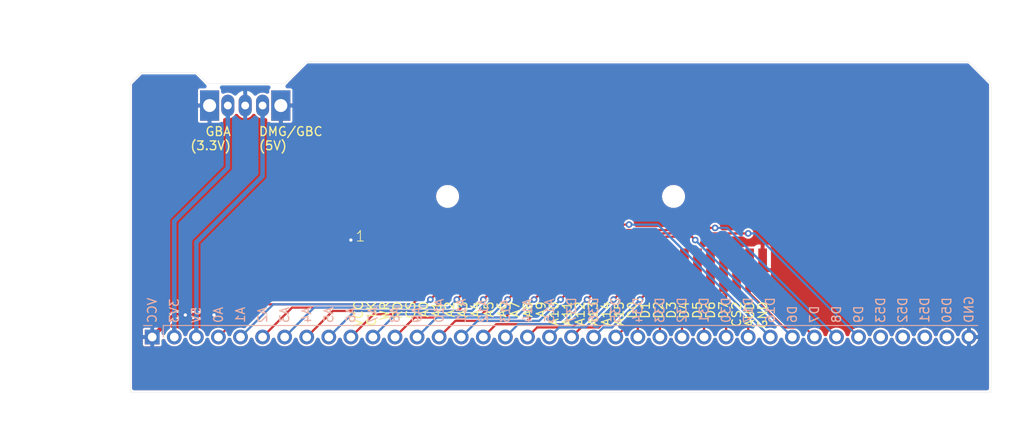
<source format=kicad_pcb>
(kicad_pcb (version 20211014) (generator pcbnew)
  (title_block (title "OSCR GAMEBOY BREAKOUT") (date "2023-02-10"))
  (layers (0 "F.Cu" signal) (31 "B.Cu" signal) (34 "B.Paste" user) (35 "F.Paste" user) (36 "B.SilkS" user "B.Silkscreen") (37 "F.SilkS" user "F.Silkscreen") (38 "B.Mask" user) (39 "F.Mask" user) (44 "Edge.Cuts" user))
  (net 0 "")
  (net 1 "D30")
  (net 2 "D31")
  (net 3 "D17")
  (net 4 "D8")
  (net 5 "D9")
  (net 6 "D6")
  (net 7 "D7")
  (net 8 "VCC")
  (net 9 "GND")
  (net 10 "+5V")
  (net 11 "D36")
  (net 12 "D37")
  (net 13 "D34")
  (net 14 "D32")
  (net 15 "D33")
  (net 16 "A14")
  (net 17 "A15")
  (net 18 "A12")
  (net 19 "A13")
  (net 20 "A10")
  (net 21 "A11")
  (net 22 "A8")
  (net 23 "A9")
  (net 24 "A6")
  (net 25 "A7")
  (net 26 "A4")
  (net 27 "A5")
  (net 28 "A2")
  (net 29 "A3")
  (net 30 "A0")
  (net 31 "A1")
  (net 32 "D35")
  (net 33 "D16")
  (net 34 "+3.3V")
  (net 35 "SS")
  (net 36 "SCK")
  (net 37 "MOSI")
  (net 38 "MISO")
  (footprint "Button_Switch_THT:SW_CuK_OS102011MA1QN1_SPDT_Angled" (layer "F.Cu") (at 116.84 71.12 180)
    (fp_text reference "SW1" hide)
    (fp_text value "SW_SPDT")
    (pad "" thru_hole rect (at 6.1 0 180) (size 2.2 3.5) (drill 1.5) (layers *.Cu *.Mask) (net 9 "GND"))
    (pad "" thru_hole rect (at -2.1 0 180) (size 2.2 3.5) (drill 1.5) (layers *.Cu *.Mask) (net 9 "GND"))
    (pad "1" thru_hole oval (at 0 0 180) (size 1.5 2.5) (drill 0.9) (layers *.Cu *.Mask) (net 10 "+5V"))
    (pad "2" thru_hole oval (at 2 0 180) (size 1.5 2.5) (drill 0.9) (layers *.Cu *.Mask) (net 8 "VCC"))
    (pad "3" thru_hole oval (at 4 0 180) (size 1.5 2.5) (drill 0.9) (layers *.Cu *.Mask) (net 34 "+3.3V"))
  )
  (footprint "!OSCR:GBA_Slot" (layer "F.Cu") (at 151.13 85.09 90)
    (fp_text reference "J2" hide)
    (fp_text value "GBA_Slot" hide)
    (fp_text user "A11" (at -8.5 0.75 90 unlocked) (layer "F.SilkS") (effects (font (size 1.016 1.016) (thickness 0.1524)) (justify right)))
    (fp_text user "D4" (at -8.5 14.25 90 unlocked) (layer "F.SilkS") (effects (font (size 1.016 1.016) (thickness 0.1524)) (justify right)))
    (fp_text user "AUD" (at -8.5 21.75 90 unlocked) (layer "F.SilkS") (effects (font (size 1.016 1.016) (thickness 0.1524)) (justify right)))
    (fp_text user "CS2" (at -8.5 20.25 90 unlocked) (layer "F.SilkS") (effects (font (size 1.016 1.016) (thickness 0.1524)) (justify right)))
    (fp_text user "GND" (at -8.5 23.25 90 unlocked) (layer "F.SilkS") (effects (font (size 1.016 1.016) (thickness 0.1524)) (justify right)))
    (fp_text user "A0" (at -8.5 -15.75 90 unlocked) (layer "F.SilkS") (effects (font (size 1.016 1.016) (thickness 0.1524)) (justify right)))
    (fp_text user "A10" (at -8.5 -0.75 90 unlocked) (layer "F.SilkS") (effects (font (size 1.016 1.016) (thickness 0.1524)) (justify right)))
    (fp_text user "D0" (at -8.5 8.25 90 unlocked) (layer "F.SilkS") (effects (font (size 1.016 1.016) (thickness 0.1524)) (justify right)))
    (fp_text user "A15" (at -8.5 6.75 90 unlocked) (layer "F.SilkS") (effects (font (size 1.016 1.016) (thickness 0.1524)) (justify right)))
    (fp_text user "A2" (at -8.5 -12.75 90 unlocked) (layer "F.SilkS") (effects (font (size 1.016 1.016) (thickness 0.1524)) (justify right)))
    (fp_text user "D3" (at -8.5 12.75 90 unlocked) (layer "F.SilkS") (effects (font (size 1.016 1.016) (thickness 0.1524)) (justify right)))
    (fp_text user "A4" (at -8.5 -9.75 90 unlocked) (layer "F.SilkS") (effects (font (size 1.016 1.016) (thickness 0.1524)) (justify right)))
    (fp_text user "D2" (at -8.5 11.25 90 unlocked) (layer "F.SilkS") (effects (font (size 1.016 1.016) (thickness 0.1524)) (justify right)))
    (fp_text user "1" (at -1.79 -23.68) (layer "F.SilkS") (effects (font (size 1.2065 1.2065) (thickness 0.1016)) (justify left bottom)))
    (fp_text user "A7" (at -8.5 -5.25 90 unlocked) (layer "F.SilkS") (effects (font (size 1.016 1.016) (thickness 0.1524)) (justify right)))
    (fp_text user "A12" (at -8.5 2.25 90 unlocked) (layer "F.SilkS") (effects (font (size 1.016 1.016) (thickness 0.1524)) (justify right)))
    (fp_text user "A3" (at -8.5 -11.25 90 unlocked) (layer "F.SilkS") (effects (font (size 1.016 1.016) (thickness 0.1524)) (justify right)))
    (fp_text user "A13" (at -8.5 3.75 90 unlocked) (layer "F.SilkS") (effects (font (size 1.016 1.016) (thickness 0.1524)) (justify right)))
    (fp_text user "A5" (at -8.5 -8.25 90 unlocked) (layer "F.SilkS") (effects (font (size 1.016 1.016) (thickness 0.1524)) (justify right)))
    (fp_text user "A14" (at -8.5 5.25 90 unlocked) (layer "F.SilkS") (effects (font (size 1.016 1.016) (thickness 0.1524)) (justify right)))
    (fp_text user "RD" (at -8.5 -18.75 90 unlocked) (layer "F.SilkS") (effects (font (size 1.016 1.016) (thickness 0.1524)) (justify right)))
    (fp_text user "A1" (at -8.5 -14.25 90 unlocked) (layer "F.SilkS") (effects (font (size 1.016 1.016) (thickness 0.1524)) (justify right)))
    (fp_text user "D6" (at -8.5 17.25 90 unlocked) (layer "F.SilkS") (effects (font (size 1.016 1.016) (thickness 0.1524)) (justify right)))
    (fp_text user "A9" (at -8.5 -2.25 90 unlocked) (layer "F.SilkS") (effects (font (size 1.016 1.016) (thickness 0.1524)) (justify right)))
    (fp_text user "CS" (at -8.5 -17.25 90 unlocked) (layer "F.SilkS") (effects (font (size 1.016 1.016) (thickness 0.1524)) (justify right)))
    (fp_text user "VCC" (at -8.5 -23.25 90 unlocked) (layer "F.SilkS") (effects (font (size 1.016 1.016) (thickness 0.1524)) (justify right)))
    (fp_text user "A8" (at -8.5 -3.75 90 unlocked) (layer "F.SilkS") (effects (font (size 1.016 1.016) (thickness 0.1524)) (justify right)))
    (fp_text user "CLK" (at -8.5 -21.75 90 unlocked) (layer "F.SilkS") (effects (font (size 1.016 1.016) (thickness 0.1524)) (justify right)))
    (fp_text user "D7" (at -8.5 18.75 90 unlocked) (layer "F.SilkS") (effects (font (size 1.016 1.016) (thickness 0.1524)) (justify right)))
    (fp_text user "WR" (at -8.5 -20.25 90 unlocked) (layer "F.SilkS") (effects (font (size 1.016 1.016) (thickness 0.1524)) (justify right)))
    (fp_text user "D5" (at -8.5 15.75 90 unlocked) (layer "F.SilkS") (effects (font (size 1.016 1.016) (thickness 0.1524)) (justify right)))
    (fp_text user "A6" (at -8.5 -6.75 90 unlocked) (layer "F.SilkS") (effects (font (size 1.016 1.016) (thickness 0.1524)) (justify right)))
    (fp_text user "D1" (at -8.5 9.75 90 unlocked) (layer "F.SilkS") (effects (font (size 1.016 1.016) (thickness 0.1524)) (justify right)))
    (pad "" np_thru_hole circle (at 3.5 13 90) (size 2.2 2.2) (drill 2.2) (layers *.Cu *.Mask))
    (pad "" np_thru_hole circle (at 3.5 -13 90) (size 2.2 2.2) (drill 2.2) (layers *.Cu *.Mask))
    (pad "1" smd rect (at -5 -23.25 270) (size 5 1) (layers "F.Cu" "F.Paste" "F.Mask") (net 8 "VCC"))
    (pad "2" smd rect (at -5 -21.75 270) (size 5 1) (layers "F.Cu" "F.Paste" "F.Mask") (net 33 "D16"))
    (pad "3" smd rect (at -5 -20.25 270) (size 5 1) (layers "F.Cu" "F.Paste" "F.Mask") (net 4 "D8"))
    (pad "4" smd rect (at -5 -18.75 270) (size 5 1) (layers "F.Cu" "F.Paste" "F.Mask") (net 5 "D9"))
    (pad "5" smd rect (at -5 -17.25 270) (size 5 1) (layers "F.Cu" "F.Paste" "F.Mask") (net 6 "D6"))
    (pad "6" smd rect (at -5 -15.75 270) (size 5 1) (layers "F.Cu" "F.Paste" "F.Mask") (net 30 "A0"))
    (pad "7" smd rect (at -5 -14.25 270) (size 5 1) (layers "F.Cu" "F.Paste" "F.Mask") (net 31 "A1"))
    (pad "8" smd rect (at -5 -12.75 270) (size 5 1) (layers "F.Cu" "F.Paste" "F.Mask") (net 28 "A2"))
    (pad "9" smd rect (at -5 -11.25 270) (size 5 1) (layers "F.Cu" "F.Paste" "F.Mask") (net 29 "A3"))
    (pad "10" smd rect (at -5 -9.75 270) (size 5 1) (layers "F.Cu" "F.Paste" "F.Mask") (net 26 "A4"))
    (pad "11" smd rect (at -5 -8.25 270) (size 5 1) (layers "F.Cu" "F.Paste" "F.Mask") (net 27 "A5"))
    (pad "12" smd rect (at -5 -6.75 270) (size 5 1) (layers "F.Cu" "F.Paste" "F.Mask") (net 24 "A6"))
    (pad "13" smd rect (at -5 -5.25 270) (size 5 1) (layers "F.Cu" "F.Paste" "F.Mask") (net 25 "A7"))
    (pad "14" smd rect (at -5 -3.75 270) (size 5 1) (layers "F.Cu" "F.Paste" "F.Mask") (net 22 "A8"))
    (pad "15" smd rect (at -5 -2.25 270) (size 5 1) (layers "F.Cu" "F.Paste" "F.Mask") (net 23 "A9"))
    (pad "16" smd rect (at -5 -0.75 270) (size 5 1) (layers "F.Cu" "F.Paste" "F.Mask") (net 20 "A10"))
    (pad "17" smd rect (at -5 0.75 270) (size 5 1) (layers "F.Cu" "F.Paste" "F.Mask") (net 21 "A11"))
    (pad "18" smd rect (at -5 2.25 270) (size 5 1) (layers "F.Cu" "F.Paste" "F.Mask") (net 18 "A12"))
    (pad "19" smd rect (at -5 3.75 270) (size 5 1) (layers "F.Cu" "F.Paste" "F.Mask") (net 19 "A13"))
    (pad "20" smd rect (at -5 5.25 270) (size 5 1) (layers "F.Cu" "F.Paste" "F.Mask") (net 16 "A14"))
    (pad "21" smd rect (at -5 6.75 270) (size 5 1) (layers "F.Cu" "F.Paste" "F.Mask") (net 17 "A15"))
    (pad "22" smd rect (at -5 8.25 270) (size 5 1) (layers "F.Cu" "F.Paste" "F.Mask") (net 12 "D37"))
    (pad "23" smd rect (at -5 9.75 270) (size 5 1) (layers "F.Cu" "F.Paste" "F.Mask") (net 11 "D36"))
    (pad "24" smd rect (at -5 11.25 270) (size 5 1) (layers "F.Cu" "F.Paste" "F.Mask") (net 32 "D35"))
    (pad "25" smd rect (at -5 12.75 270) (size 5 1) (layers "F.Cu" "F.Paste" "F.Mask") (net 13 "D34"))
    (pad "26" smd rect (at -5 14.25 270) (size 5 1) (layers "F.Cu" "F.Paste" "F.Mask") (net 15 "D33"))
    (pad "27" smd rect (at -5 15.75 270) (size 5 1) (layers "F.Cu" "F.Paste" "F.Mask") (net 14 "D32"))
    (pad "28" smd rect (at -5 17.25 270) (size 5 1) (layers "F.Cu" "F.Paste" "F.Mask") (net 2 "D31"))
    (pad "29" smd rect (at -5 18.75 270) (size 5 1) (layers "F.Cu" "F.Paste" "F.Mask") (net 1 "D30"))
    (pad "30" smd rect (at -5 20.25 270) (size 5 1) (layers "F.Cu" "F.Paste" "F.Mask") (net 3 "D17"))
    (pad "31" smd rect (at -5 21.75 270) (size 5 1) (layers "F.Cu" "F.Paste" "F.Mask") (net 7 "D7"))
    (pad "32" smd rect (at -5 23.25 270) (size 5 1) (layers "F.Cu" "F.Paste" "F.Mask") (net 9 "GND"))
    (pad "33" smd rect (at 16.25 -13) (size 5.5 3.5) (layers "F.Cu" "F.Paste" "F.Mask") (net 9 "GND"))
    (pad "34" smd rect (at 16.25 13) (size 5.5 3.5) (layers "F.Cu" "F.Paste" "F.Mask") (net 9 "GND"))
  )
  (footprint "Connector_PinHeader_2.54mm:PinHeader_1x38_P2.54mm_Vertical" (layer "B.Cu") (at 104.14 97.79 -90)
    (fp_text reference "J1" hide)
    (fp_text value "CART SLOT TOP ROW")
    (fp_line (start -1.33 -1.27) (end 0 -1.27) (layer "B.SilkS") (width 0.12))
    (fp_line (start -1.33 0) (end -1.33 1) (layer "B.SilkS") (width 0.12))
    (fp_line (start -1.33 -1.27) (end -1.33 -95) (layer "B.SilkS") (width 0.12))
    (pad "1" thru_hole rect (at 0 0 270) (size 1.7 1.7) (drill 1) (layers *.Cu *.Mask) (net 8 "VCC"))
    (pad "2" thru_hole oval (at 0 -2.54 270) (size 1.7 1.7) (drill 1) (layers *.Cu *.Mask) (net 34 "+3.3V"))
    (pad "3" thru_hole oval (at 0 -5.08 270) (size 1.7 1.7) (drill 1) (layers *.Cu *.Mask) (net 10 "+5V"))
    (pad "4" thru_hole oval (at 0 -7.62 270) (size 1.7 1.7) (drill 1) (layers *.Cu *.Mask) (net 30 "A0"))
    (pad "5" thru_hole oval (at 0 -10.16 270) (size 1.7 1.7) (drill 1) (layers *.Cu *.Mask) (net 31 "A1"))
    (pad "6" thru_hole oval (at 0 -12.7 270) (size 1.7 1.7) (drill 1) (layers *.Cu *.Mask) (net 28 "A2"))
    (pad "7" thru_hole oval (at 0 -15.24 270) (size 1.7 1.7) (drill 1) (layers *.Cu *.Mask) (net 29 "A3"))
    (pad "8" thru_hole oval (at 0 -17.78 270) (size 1.7 1.7) (drill 1) (layers *.Cu *.Mask) (net 26 "A4"))
    (pad "9" thru_hole oval (at 0 -20.32 270) (size 1.7 1.7) (drill 1) (layers *.Cu *.Mask) (net 27 "A5"))
    (pad "10" thru_hole oval (at 0 -22.86 270) (size 1.7 1.7) (drill 1) (layers *.Cu *.Mask) (net 24 "A6"))
    (pad "11" thru_hole oval (at 0 -25.4 270) (size 1.7 1.7) (drill 1) (layers *.Cu *.Mask) (net 25 "A7"))
    (pad "12" thru_hole oval (at 0 -27.94 270) (size 1.7 1.7) (drill 1) (layers *.Cu *.Mask) (net 22 "A8"))
    (pad "13" thru_hole oval (at 0 -30.48 270) (size 1.7 1.7) (drill 1) (layers *.Cu *.Mask) (net 23 "A9"))
    (pad "14" thru_hole oval (at 0 -33.02 270) (size 1.7 1.7) (drill 1) (layers *.Cu *.Mask) (net 20 "A10"))
    (pad "15" thru_hole oval (at 0 -35.56 270) (size 1.7 1.7) (drill 1) (layers *.Cu *.Mask) (net 21 "A11"))
    (pad "16" thru_hole oval (at 0 -38.1 270) (size 1.7 1.7) (drill 1) (layers *.Cu *.Mask) (net 18 "A12"))
    (pad "17" thru_hole oval (at 0 -40.64 270) (size 1.7 1.7) (drill 1) (layers *.Cu *.Mask) (net 19 "A13"))
    (pad "18" thru_hole oval (at 0 -43.18 270) (size 1.7 1.7) (drill 1) (layers *.Cu *.Mask) (net 16 "A14"))
    (pad "19" thru_hole oval (at 0 -45.72 270) (size 1.7 1.7) (drill 1) (layers *.Cu *.Mask) (net 17 "A15"))
    (pad "20" thru_hole oval (at 0 -48.26 270) (size 1.7 1.7) (drill 1) (layers *.Cu *.Mask) (net 12 "D37"))
    (pad "21" thru_hole oval (at 0 -50.8 270) (size 1.7 1.7) (drill 1) (layers *.Cu *.Mask) (net 11 "D36"))
    (pad "22" thru_hole oval (at 0 -53.34 270) (size 1.7 1.7) (drill 1) (layers *.Cu *.Mask) (net 32 "D35"))
    (pad "23" thru_hole oval (at 0 -55.88 270) (size 1.7 1.7) (drill 1) (layers *.Cu *.Mask) (net 13 "D34"))
    (pad "24" thru_hole oval (at 0 -58.42 270) (size 1.7 1.7) (drill 1) (layers *.Cu *.Mask) (net 15 "D33"))
    (pad "25" thru_hole oval (at 0 -60.96 270) (size 1.7 1.7) (drill 1) (layers *.Cu *.Mask) (net 14 "D32"))
    (pad "26" thru_hole oval (at 0 -63.5 270) (size 1.7 1.7) (drill 1) (layers *.Cu *.Mask) (net 2 "D31"))
    (pad "27" thru_hole oval (at 0 -66.04 270) (size 1.7 1.7) (drill 1) (layers *.Cu *.Mask) (net 1 "D30"))
    (pad "28" thru_hole oval (at 0 -68.58 270) (size 1.7 1.7) (drill 1) (layers *.Cu *.Mask) (net 3 "D17"))
    (pad "29" thru_hole oval (at 0 -71.12 270) (size 1.7 1.7) (drill 1) (layers *.Cu *.Mask) (net 33 "D16"))
    (pad "30" thru_hole oval (at 0 -73.66 270) (size 1.7 1.7) (drill 1) (layers *.Cu *.Mask) (net 6 "D6"))
    (pad "31" thru_hole oval (at 0 -76.2 270) (size 1.7 1.7) (drill 1) (layers *.Cu *.Mask) (net 7 "D7"))
    (pad "32" thru_hole oval (at 0 -78.74 270) (size 1.7 1.7) (drill 1) (layers *.Cu *.Mask) (net 4 "D8"))
    (pad "33" thru_hole oval (at 0 -81.28 270) (size 1.7 1.7) (drill 1) (layers *.Cu *.Mask) (net 5 "D9"))
    (pad "34" thru_hole oval (at 0 -83.82 270) (size 1.7 1.7) (drill 1) (layers *.Cu *.Mask) (net 35 "SS"))
    (pad "35" thru_hole oval (at 0 -86.36 270) (size 1.7 1.7) (drill 1) (layers *.Cu *.Mask) (net 36 "SCK"))
    (pad "36" thru_hole oval (at 0 -88.9 270) (size 1.7 1.7) (drill 1) (layers *.Cu *.Mask) (net 37 "MOSI"))
    (pad "37" thru_hole oval (at 0 -91.44 270) (size 1.7 1.7) (drill 1) (layers *.Cu *.Mask) (net 38 "MISO"))
    (pad "38" thru_hole oval (at 0 -93.98 270) (size 1.7 1.7) (drill 1) (layers *.Cu *.Mask) (net 9 "GND"))
  )
  (gr_line (start 200.66 104.14) (end 200.66 68.58) (layer "Edge.Cuts") (width 0.0254))
  (gr_line (start 119.38 68.58) (end 110.49 68.58) (layer "Edge.Cuts") (width 0.0254))
  (gr_line (start 109.22 67.31) (end 102.87 67.31) (layer "Edge.Cuts") (width 0.0254))
  (gr_line (start 101.6 68.58) (end 102.87 67.31) (layer "Edge.Cuts") (width 0.0254))
  (gr_line (start 121.92 66.04) (end 198.12 66.04) (layer "Edge.Cuts") (width 0.0254))
  (gr_line (start 200.66 68.58) (end 198.12 66.04) (layer "Edge.Cuts") (width 0.0254))
  (gr_line (start 110.49 68.58) (end 109.22 67.31) (layer "Edge.Cuts") (width 0.0254))
  (gr_line (start 101.6 104.14) (end 101.6 68.58) (layer "Edge.Cuts") (width 0.0254))
  (gr_line (start 200.66 104.14) (end 101.6 104.14) (layer "Edge.Cuts") (width 0.0254))
  (gr_line (start 121.92 66.04) (end 119.38 68.58) (layer "Edge.Cuts") (width 0.0254))
  (gr_text "D9" (at 185.42 96.266 90) (layer "B.SilkS") (effects (font (size 1.016 1.016) (thickness 0.1524)) (justify right mirror)))
  (gr_text "A6" (at 127 96.266 90) (layer "B.SilkS") (effects (font (size 1.016 1.016) (thickness 0.1524)) (justify right mirror)))
  (gr_text "D52" (at 190.5 96.266 90) (layer "B.SilkS") (effects (font (size 1.016 1.016) (thickness 0.1524)) (justify right mirror)))
  (gr_text "A4" (at 121.92 96.266 90) (layer "B.SilkS") (effects (font (size 1.016 1.016) (thickness 0.1524)) (justify right mirror)))
  (gr_text "A2" (at 116.84 96.266 90) (layer "B.SilkS") (effects (font (size 1.016 1.016) (thickness 0.1524)) (justify right mirror)))
  (gr_text "D31" (at 167.64 96.266 90) (layer "B.SilkS") (effects (font (size 1.016 1.016) (thickness 0.1524)) (justify right mirror)))
  (gr_text "D7" (at 180.34 96.266 90) (layer "B.SilkS") (effects (font (size 1.016 1.016) (thickness 0.1524)) (justify right mirror)))
  (gr_text "A10" (at 137.16 96.266 90) (layer "B.SilkS") (effects (font (size 1.016 1.016) (thickness 0.1524)) (justify right mirror)))
  (gr_text "D37" (at 152.4 96.266 90) (layer "B.SilkS") (effects (font (size 1.016 1.016) (thickness 0.1524)) (justify right mirror)))
  (gr_text "D32" (at 165.1 96.266 90) (layer "B.SilkS") (effects (font (size 1.016 1.016) (thickness 0.1524)) (justify right mirror)))
  (gr_text "D8" (at 182.88 96.266 90) (layer "B.SilkS") (effects (font (size 1.016 1.016) (thickness 0.1524)) (justify right mirror)))
  (gr_text "D30" (at 170.18 96.266 90) (layer "B.SilkS") (effects (font (size 1.016 1.016) (thickness 0.1524)) (justify right mirror)))
  (gr_text "A14" (at 147.32 96.266 90) (layer "B.SilkS") (effects (font (size 1.016 1.016) (thickness 0.1524)) (justify right mirror)))
  (gr_text "D50" (at 195.58 96.266 90) (layer "B.SilkS") (effects (font (size 1.016 1.016) (thickness 0.1524)) (justify right mirror)))
  (gr_text "3V3" (at 106.68 96.266 90) (layer "B.SilkS") (effects (font (size 1.016 1.016) (thickness 0.1524)) (justify right mirror)))
  (gr_text "D6" (at 177.8 96.266 90) (layer "B.SilkS") (effects (font (size 1.016 1.016) (thickness 0.1524)) (justify right mirror)))
  (gr_text "D53" (at 187.96 96.266 90) (layer "B.SilkS") (effects (font (size 1.016 1.016) (thickness 0.1524)) (justify right mirror)))
  (gr_text "A0" (at 111.76 96.266 90) (layer "B.SilkS") (effects (font (size 1.016 1.016) (thickness 0.1524)) (justify right mirror)))
  (gr_text "A5" (at 124.46 96.266 90) (layer "B.SilkS") (effects (font (size 1.016 1.016) (thickness 0.1524)) (justify right mirror)))
  (gr_text "A1" (at 114.3 96.266 90) (layer "B.SilkS") (effects (font (size 1.016 1.016) (thickness 0.1524)) (justify right mirror)))
  (gr_text "A12" (at 142.24 96.266 90) (layer "B.SilkS") (effects (font (size 1.016 1.016) (thickness 0.1524)) (justify right mirror)))
  (gr_text "VCC" (at 104.14 96.266 90) (layer "B.SilkS") (effects (font (size 1.016 1.016) (thickness 0.1524)) (justify right mirror)))
  (gr_text "A3" (at 119.38 96.266 90) (layer "B.SilkS") (effects (font (size 1.016 1.016) (thickness 0.1524)) (justify right mirror)))
  (gr_text "D36" (at 154.94 96.266 90) (layer "B.SilkS") (effects (font (size 1.016 1.016) (thickness 0.1524)) (justify right mirror)))
  (gr_text "D51" (at 193.04 96.266 90) (layer "B.SilkS") (effects (font (size 1.016 1.016) (thickness 0.1524)) (justify right mirror)))
  (gr_text "D33" (at 162.56 96.266 90) (layer "B.SilkS") (effects (font (size 1.016 1.016) (thickness 0.1524)) (justify right mirror)))
  (gr_text "D34" (at 160.02 96.266 90) (layer "B.SilkS") (effects (font (size 1.016 1.016) (thickness 0.1524)) (justify right mirror)))
  (gr_text "D17" (at 172.72 96.266 90) (layer "B.SilkS") (effects (font (size 1.016 1.016) (thickness 0.1524)) (justify right mirror)))
  (gr_text "A9" (at 134.62 96.266 90) (layer "B.SilkS") (effects (font (size 1.016 1.016) (thickness 0.1524)) (justify right mirror)))
  (gr_text "A7" (at 129.54 96.266 90) (layer "B.SilkS") (effects (font (size 1.016 1.016) (thickness 0.1524)) (justify right mirror)))
  (gr_text "GND" (at 198.12 96.266 90) (layer "B.SilkS") (effects (font (size 1.016 1.016) (thickness 0.1524)) (justify right mirror)))
  (gr_text "A8" (at 132.08 96.266 90) (layer "B.SilkS") (effects (font (size 1.016 1.016) (thickness 0.1524)) (justify right mirror)))
  (gr_text "A11" (at 139.7 96.266 90) (layer "B.SilkS") (effects (font (size 1.016 1.016) (thickness 0.1524)) (justify right mirror)))
  (gr_text "A13" (at 144.78 96.266 90) (layer "B.SilkS") (effects (font (size 1.016 1.016) (thickness 0.1524)) (justify right mirror)))
  (gr_text "D16" (at 175.26 96.266 90) (layer "B.SilkS") (effects (font (size 1.016 1.016) (thickness 0.1524)) (justify right mirror)))
  (gr_text "A15" (at 149.86 96.266 90) (layer "B.SilkS") (effects (font (size 1.016 1.016) (thickness 0.1524)) (justify right mirror)))
  (gr_text "5V" (at 109.22 96.266 90) (layer "B.SilkS") (effects (font (size 1.016 1.016) (thickness 0.1524)) (justify right mirror)))
  (gr_text "D35" (at 157.48 96.266 90) (layer "B.SilkS") (effects (font (size 1.016 1.016) (thickness 0.1524)) (justify right mirror)))
  (gr_text "DMG/GBC\n(5V)" (at 116.332 74.93) (layer "F.SilkS") (effects (font (size 1.016 1.016) (thickness 0.1524)) (justify left)))
  (gr_text "GBA\n(3.3V)" (at 113.284 74.93) (layer "F.SilkS") (effects (font (size 1.016 1.016) (thickness 0.1524)) (justify right)))
  (segment (start 170.18 92.964) (end 170.18 97.79) (width 0.254) (layer "F.Cu") (net 1))
  (segment (start 169.88 90.09) (end 169.88 92.664) (width 0.254) (layer "F.Cu") (net 1))
  (segment (start 169.88 92.664) (end 170.18 92.964) (width 0.254) (layer "F.Cu") (net 1))
  (segment (start 167.64 93.472) (end 167.64 97.79) (width 0.254) (layer "F.Cu") (net 2))
  (segment (start 168.38 90.09) (end 168.38 92.732) (width 0.254) (layer "F.Cu") (net 2))
  (segment (start 168.38 92.732) (end 167.64 93.472) (width 0.254) (layer "F.Cu") (net 2))
  (segment (start 171.38 92.64) (end 172.72 93.98) (width 0.254) (layer "F.Cu") (net 3))
  (segment (start 172.72 93.98) (end 172.72 97.79) (width 0.254) (layer "F.Cu") (net 3))
  (segment (start 171.38 90.09) (end 171.38 92.64) (width 0.254) (layer "F.Cu") (net 3))
  (segment (start 168.2745 85.2175) (end 168.021 85.471) (width 0.254) (layer "F.Cu") (net 4))
  (segment (start 168.021 85.471) (end 132.715 85.471) (width 0.254) (layer "F.Cu") (net 4))
  (segment (start 132.715 85.471) (end 130.88 87.306) (width 0.254) (layer "F.Cu") (net 4))
  (segment (start 130.88 87.306) (end 130.88 90.09) (width 0.254) (layer "F.Cu") (net 4))
  (segment (start 168.91 85.2175) (end 168.2745 85.2175) (width 0.254) (layer "F.Cu") (net 4))
  (via (at 168.91 85.2175) (size 0.762) (drill 0.381) (layers "F.Cu" "B.Cu") (net 4))
  (segment (start 182.88 97.79) (end 170.3075 85.2175) (width 0.254) (layer "B.Cu") (net 4))
  (segment (start 170.3075 85.2175) (end 168.91 85.2175) (width 0.254) (layer "B.Cu") (net 4))
  (segment (start 133.858 85.852) (end 132.38 87.33) (width 0.254) (layer "F.Cu") (net 5))
  (segment (start 172.72 85.852) (end 133.858 85.852) (width 0.254) (layer "F.Cu") (net 5))
  (segment (start 132.38 87.33) (end 132.38 90.09) (width 0.254) (layer "F.Cu") (net 5))
  (via (at 172.72 85.852) (size 0.762) (drill 0.381) (layers "F.Cu" "B.Cu") (net 5))
  (segment (start 173.482 85.852) (end 172.72 85.852) (width 0.254) (layer "B.Cu") (net 5))
  (segment (start 185.42 97.79) (end 173.482 85.852) (width 0.254) (layer "B.Cu") (net 5))
  (segment (start 135.001 86.233) (end 166.243 86.233) (width 0.254) (layer "F.Cu") (net 6))
  (segment (start 133.88 87.354) (end 135.001 86.233) (width 0.254) (layer "F.Cu") (net 6))
  (segment (start 166.243 86.233) (end 166.624 86.614) (width 0.254) (layer "F.Cu") (net 6))
  (segment (start 133.88 90.09) (end 133.88 87.354) (width 0.254) (layer "F.Cu") (net 6))
  (via (at 166.624 86.614) (size 0.762) (drill 0.381) (layers "F.Cu" "B.Cu") (net 6))
  (segment (start 177.8 97.79) (end 166.624 86.614) (width 0.254) (layer "B.Cu") (net 6))
  (segment (start 172.88 90.09) (end 172.88 92.743) (width 0.254) (layer "F.Cu") (net 7))
  (segment (start 176.823 96.686) (end 179.236 96.686) (width 0.254) (layer "F.Cu") (net 7))
  (segment (start 172.88 92.743) (end 176.823 96.686) (width 0.254) (layer "F.Cu") (net 7))
  (segment (start 179.236 96.686) (end 180.34 97.79) (width 0.254) (layer "F.Cu") (net 7))
  (segment (start 127.88 87.494) (end 127 86.614) (width 0.508) (layer "F.Cu") (net 8))
  (segment (start 107.95 95.25) (end 106.68 95.25) (width 0.508) (layer "F.Cu") (net 8))
  (segment (start 107.95 95.25) (end 111.252 95.25) (width 0.508) (layer "F.Cu") (net 8))
  (segment (start 106.68 95.25) (end 104.14 97.79) (width 0.508) (layer "F.Cu") (net 8))
  (segment (start 127.88 90.09) (end 127.88 87.494) (width 0.508) (layer "F.Cu") (net 8))
  (via (at 107.95 95.25) (size 0.762) (drill 0.381) (layers "F.Cu" "B.Cu") (net 8))
  (via (at 111.252 95.25) (size 0.762) (drill 0.381) (layers "F.Cu" "B.Cu") (net 8))
  (via (at 127 86.614) (size 0.762) (drill 0.381) (layers "F.Cu" "B.Cu") (net 8))
  (segment (start 116.84 79.248) (end 109.22 86.868) (width 0.508) (layer "B.Cu") (net 10))
  (segment (start 116.84 71.12) (end 116.84 79.248) (width 0.508) (layer "B.Cu") (net 10))
  (segment (start 109.22 86.868) (end 109.22 97.79) (width 0.508) (layer "B.Cu") (net 10))
  (segment (start 160.88 90.09) (end 160.88 92.866) (width 0.254) (layer "F.Cu") (net 11))
  (segment (start 160.88 92.866) (end 160.274 93.472) (width 0.254) (layer "F.Cu") (net 11))
  (via (at 160.274 93.472) (size 0.762) (drill 0.381) (layers "F.Cu" "B.Cu") (net 11))
  (segment (start 156.044 96.686) (end 154.94 97.79) (width 0.254) (layer "B.Cu") (net 11))
  (segment (start 157.06 96.686) (end 156.044 96.686) (width 0.254) (layer "B.Cu") (net 11))
  (segment (start 160.274 93.472) (end 157.06 96.686) (width 0.254) (layer "B.Cu") (net 11))
  (segment (start 159.38 92.842) (end 155.536 96.686) (width 0.254) (layer "F.Cu") (net 12))
  (segment (start 159.38 90.09) (end 159.38 92.842) (width 0.254) (layer "F.Cu") (net 12))
  (segment (start 153.504 96.686) (end 152.4 97.79) (width 0.254) (layer "F.Cu") (net 12))
  (segment (start 155.536 96.686) (end 153.504 96.686) (width 0.254) (layer "F.Cu") (net 12))
  (segment (start 163.88 90.09) (end 163.88 92.66) (width 0.254) (layer "F.Cu") (net 13))
  (segment (start 160.02 96.52) (end 160.02 97.79) (width 0.254) (layer "F.Cu") (net 13))
  (segment (start 163.88 92.66) (end 160.02 96.52) (width 0.254) (layer "F.Cu") (net 13))
  (segment (start 166.88 92.962) (end 165.1 94.742) (width 0.254) (layer "F.Cu") (net 14))
  (segment (start 165.1 94.742) (end 165.1 97.79) (width 0.254) (layer "F.Cu") (net 14))
  (segment (start 166.88 90.09) (end 166.88 92.962) (width 0.254) (layer "F.Cu") (net 14))
  (segment (start 165.38 92.938) (end 162.56 95.758) (width 0.254) (layer "F.Cu") (net 15))
  (segment (start 162.56 95.758) (end 162.56 97.79) (width 0.254) (layer "F.Cu") (net 15))
  (segment (start 165.38 90.09) (end 165.38 92.938) (width 0.254) (layer "F.Cu") (net 15))
  (segment (start 152.488 96.686) (end 156.38 92.794) (width 0.254) (layer "F.Cu") (net 16))
  (segment (start 148.424 96.686) (end 152.488 96.686) (width 0.254) (layer "F.Cu") (net 16))
  (segment (start 156.38 92.794) (end 156.38 90.09) (width 0.254) (layer "F.Cu") (net 16))
  (segment (start 147.32 97.79) (end 148.424 96.686) (width 0.254) (layer "F.Cu") (net 16))
  (segment (start 157.88 92.818) (end 157.226 93.472) (width 0.254) (layer "F.Cu") (net 17))
  (segment (start 157.88 90.09) (end 157.88 92.818) (width 0.254) (layer "F.Cu") (net 17))
  (via (at 157.226 93.472) (size 0.762) (drill 0.381) (layers "F.Cu" "B.Cu") (net 17))
  (segment (start 157.226 93.472) (end 154.012 96.686) (width 0.254) (layer "B.Cu") (net 17))
  (segment (start 150.964 96.686) (end 149.86 97.79) (width 0.254) (layer "B.Cu") (net 17))
  (segment (start 154.012 96.686) (end 150.964 96.686) (width 0.254) (layer "B.Cu") (net 17))
  (segment (start 143.725 96.305) (end 142.24 97.79) (width 0.254) (layer "F.Cu") (net 18))
  (segment (start 153.38 90.09) (end 153.38 92.746) (width 0.254) (layer "F.Cu") (net 18))
  (segment (start 153.38 92.746) (end 149.821 96.305) (width 0.254) (layer "F.Cu") (net 18))
  (segment (start 149.821 96.305) (end 143.725 96.305) (width 0.254) (layer "F.Cu") (net 18))
  (segment (start 154.88 92.77) (end 154.178 93.472) (width 0.254) (layer "F.Cu") (net 19))
  (segment (start 154.88 90.09) (end 154.88 92.77) (width 0.254) (layer "F.Cu") (net 19))
  (via (at 154.178 93.472) (size 0.762) (drill 0.381) (layers "F.Cu" "B.Cu") (net 19))
  (segment (start 154.178 93.472) (end 151.345 96.305) (width 0.254) (layer "B.Cu") (net 19))
  (segment (start 146.265 96.305) (end 144.78 97.79) (width 0.254) (layer "B.Cu") (net 19))
  (segment (start 151.345 96.305) (end 146.265 96.305) (width 0.254) (layer "B.Cu") (net 19))
  (segment (start 150.38 90.09) (end 150.38 92.825) (width 0.254) (layer "F.Cu") (net 20))
  (segment (start 147.281 95.924) (end 139.026 95.924) (width 0.254) (layer "F.Cu") (net 20))
  (segment (start 150.38 92.825) (end 147.281 95.924) (width 0.254) (layer "F.Cu") (net 20))
  (segment (start 139.026 95.924) (end 137.16 97.79) (width 0.254) (layer "F.Cu") (net 20))
  (segment (start 151.13 93.472) (end 151.88 92.722) (width 0.254) (layer "F.Cu") (net 21))
  (segment (start 151.88 92.722) (end 151.88 90.09) (width 0.254) (layer "F.Cu") (net 21))
  (via (at 151.13 93.472) (size 0.762) (drill 0.381) (layers "F.Cu" "B.Cu") (net 21))
  (segment (start 148.678 95.924) (end 141.566 95.924) (width 0.254) (layer "B.Cu") (net 21))
  (segment (start 151.13 93.472) (end 148.678 95.924) (width 0.254) (layer "B.Cu") (net 21))
  (segment (start 141.566 95.924) (end 139.7 97.79) (width 0.254) (layer "B.Cu") (net 21))
  (segment (start 144.741 95.543) (end 134.327 95.543) (width 0.254) (layer "F.Cu") (net 22))
  (segment (start 134.327 95.543) (end 132.08 97.79) (width 0.254) (layer "F.Cu") (net 22))
  (segment (start 147.38 92.904) (end 144.741 95.543) (width 0.254) (layer "F.Cu") (net 22))
  (segment (start 147.38 90.09) (end 147.38 92.904) (width 0.254) (layer "F.Cu") (net 22))
  (segment (start 148.88 92.674) (end 148.082 93.472) (width 0.254) (layer "F.Cu") (net 23))
  (segment (start 148.88 90.09) (end 148.88 92.674) (width 0.254) (layer "F.Cu") (net 23))
  (via (at 148.082 93.472) (size 0.762) (drill 0.381) (layers "F.Cu" "B.Cu") (net 23))
  (segment (start 146.011 95.543) (end 136.867 95.543) (width 0.254) (layer "B.Cu") (net 23))
  (segment (start 148.082 93.472) (end 146.011 95.543) (width 0.254) (layer "B.Cu") (net 23))
  (segment (start 136.867 95.543) (end 134.62 97.79) (width 0.254) (layer "B.Cu") (net 23))
  (segment (start 144.38 90.09) (end 144.38 92.856) (width 0.254) (layer "F.Cu") (net 24))
  (segment (start 142.074 95.162) (end 129.628 95.162) (width 0.254) (layer "F.Cu") (net 24))
  (segment (start 144.38 92.856) (end 142.074 95.162) (width 0.254) (layer "F.Cu") (net 24))
  (segment (start 129.628 95.162) (end 127 97.79) (width 0.254) (layer "F.Cu") (net 24))
  (segment (start 145.88 90.09) (end 145.88 92.626) (width 0.254) (layer "F.Cu") (net 25))
  (segment (start 145.88 92.626) (end 145.034 93.472) (width 0.254) (layer "F.Cu") (net 25))
  (via (at 145.034 93.472) (size 0.762) (drill 0.381) (layers "F.Cu" "B.Cu") (net 25))
  (segment (start 145.034 93.472) (end 143.344 95.162) (width 0.254) (layer "B.Cu") (net 25))
  (segment (start 143.344 95.162) (end 132.168 95.162) (width 0.254) (layer "B.Cu") (net 25))
  (segment (start 132.168 95.162) (end 129.54 97.79) (width 0.254) (layer "B.Cu") (net 25))
  (segment (start 141.38 90.09) (end 141.38 92.71) (width 0.254) (layer "F.Cu") (net 26))
  (segment (start 141.38 92.71) (end 139.309 94.781) (width 0.254) (layer "F.Cu") (net 26))
  (segment (start 124.929 94.781) (end 121.92 97.79) (width 0.254) (layer "F.Cu") (net 26))
  (segment (start 139.309 94.781) (end 124.929 94.781) (width 0.254) (layer "F.Cu") (net 26))
  (segment (start 142.24 93.472) (end 142.88 92.832) (width 0.254) (layer "F.Cu") (net 27))
  (segment (start 142.88 92.832) (end 142.88 90.09) (width 0.254) (layer "F.Cu") (net 27))
  (via (at 142.24 93.472) (size 0.762) (drill 0.381) (layers "F.Cu" "B.Cu") (net 27))
  (segment (start 127.469 94.781) (end 124.46 97.79) (width 0.254) (layer "B.Cu") (net 27))
  (segment (start 140.931 94.781) (end 127.469 94.781) (width 0.254) (layer "B.Cu") (net 27))
  (segment (start 142.24 93.472) (end 140.931 94.781) (width 0.254) (layer "B.Cu") (net 27))
  (segment (start 136.69 94.4) (end 120.23 94.4) (width 0.254) (layer "F.Cu") (net 28))
  (segment (start 138.38 90.09) (end 138.38 92.71) (width 0.254) (layer "F.Cu") (net 28))
  (segment (start 138.38 92.71) (end 136.69 94.4) (width 0.254) (layer "F.Cu") (net 28))
  (segment (start 120.23 94.4) (end 116.84 97.79) (width 0.254) (layer "F.Cu") (net 28))
  (segment (start 139.88 92.784) (end 139.88 90.09) (width 0.254) (layer "F.Cu") (net 29))
  (segment (start 139.192 93.472) (end 139.88 92.784) (width 0.254) (layer "F.Cu") (net 29))
  (via (at 139.192 93.472) (size 0.762) (drill 0.381) (layers "F.Cu" "B.Cu") (net 29))
  (segment (start 139.192 93.472) (end 138.264 94.4) (width 0.254) (layer "B.Cu") (net 29))
  (segment (start 122.77 94.4) (end 119.38 97.79) (width 0.254) (layer "B.Cu") (net 29))
  (segment (start 138.264 94.4) (end 122.77 94.4) (width 0.254) (layer "B.Cu") (net 29))
  (segment (start 135.38 92.712) (end 134.073 94.019) (width 0.254) (layer "F.Cu") (net 30))
  (segment (start 134.073 94.019) (end 115.531 94.019) (width 0.254) (layer "F.Cu") (net 30))
  (segment (start 115.531 94.019) (end 111.76 97.79) (width 0.254) (layer "F.Cu") (net 30))
  (segment (start 135.38 90.09) (end 135.38 92.712) (width 0.254) (layer "F.Cu") (net 30))
  (segment (start 136.88 92.736) (end 136.144 93.472) (width 0.254) (layer "F.Cu") (net 31))
  (segment (start 136.88 90.09) (end 136.88 92.736) (width 0.254) (layer "F.Cu") (net 31))
  (via (at 136.144 93.472) (size 0.762) (drill 0.381) (layers "F.Cu" "B.Cu") (net 31))
  (segment (start 136.144 93.472) (end 135.597 94.019) (width 0.254) (layer "B.Cu") (net 31))
  (segment (start 135.597 94.019) (end 118.071 94.019) (width 0.254) (layer "B.Cu") (net 31))
  (segment (start 118.071 94.019) (end 114.3 97.79) (width 0.254) (layer "B.Cu") (net 31))
  (segment (start 162.38 90.09) (end 162.38 92.89) (width 0.254) (layer "F.Cu") (net 32))
  (segment (start 162.38 92.89) (end 157.48 97.79) (width 0.254) (layer "F.Cu") (net 32))
  (segment (start 157.988 84.836) (end 157.734 85.09) (width 0.254) (layer "F.Cu") (net 33))
  (segment (start 157.734 85.09) (end 131.572 85.09) (width 0.254) (layer "F.Cu") (net 33))
  (segment (start 131.572 85.09) (end 129.38 87.282) (width 0.254) (layer "F.Cu") (net 33))
  (segment (start 159.004 84.836) (end 157.988 84.836) (width 0.254) (layer "F.Cu") (net 33))
  (segment (start 129.38 87.282) (end 129.38 90.09) (width 0.254) (layer "F.Cu") (net 33))
  (via (at 159.004 84.836) (size 0.762) (drill 0.381) (layers "F.Cu" "B.Cu") (net 33))
  (segment (start 159.004 84.836) (end 162.306 84.836) (width 0.254) (layer "B.Cu") (net 33))
  (segment (start 162.306 84.836) (end 175.26 97.79) (width 0.254) (layer "B.Cu") (net 33))
  (segment (start 112.84 71.12) (end 112.84 78.285974) (width 0.508) (layer "B.Cu") (net 34))
  (segment (start 106.68 84.445974) (end 106.68 97.79) (width 0.508) (layer "B.Cu") (net 34))
  (segment (start 112.84 78.285974) (end 106.68 84.445974) (width 0.508) (layer "B.Cu") (net 34))
  (zone (net 9) (net_name "GND") (layers F&B.Cu) (connect_pads (clearance 0.2286)) (min_thickness 0.4572) (fill yes (thermal_gap 0.4572) (thermal_bridge_width 0.4572) (smoothing fillet) (radius 0.508))
    (polygon (pts (xy 204.47 107.95) (xy 100.33 107.95) (xy 100.33 62.23) (xy 204.47 62.23)))
  )
  (zone (net 8) (net_name "VCC") (layer "B.Cu") (connect_pads (clearance 0.2286)) (min_thickness 0.4572) (fill yes (thermal_gap 0.4572) (thermal_bridge_width 0.4572) (smoothing fillet) (radius 0.508))
    (polygon (pts (xy 204.47 107.95) (xy 100.33 107.95) (xy 100.33 62.23) (xy 204.47 62.23)))
  )
)
</source>
